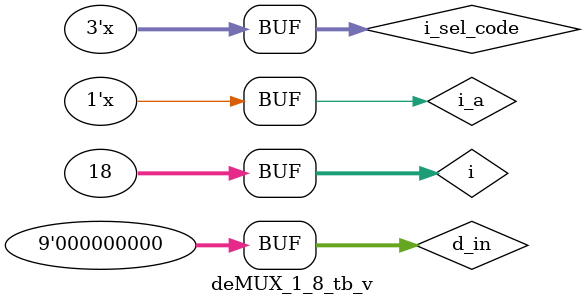
<source format=v>

`timescale 1ms/1ms


module deMUX_1_8_tb_v;
  
  reg  i_a;
  reg  [2:0] i_sel_code;
  wire [7:0] o_code;
  
  // reg i_a, i_sel_code, o_code, i_d;
  reg [8:0] d_in = 9'b000000000;
  integer i;
  
  // duv port map options:
  // deMUX_1_8_v__behavior duv (.i_a(i_a), .i_sel_code(i_sel_code), .o_code(o_code)); 
  deMUX_1_8_v__cmpnt duv (.i_a(i_a), .i_sel_code(i_sel_code), .o_code(o_code)); 
  
  //procedure statement
  initial begin
      
      for (i = 0 ; i < (2 ** 4) + 2 ; i = i + 1) begin
        #1000 i_sel_code[0] = d_in[0];
              i_sel_code[1] = d_in[1];
              i_sel_code[2] = d_in[2];
              i_a           = d_in[3];

        // i_sel_code[0] = d_in[1]; o_code = d_in[2]; i_d = d_in[3]; o_codes = d_in[4]; i_n_cs_0 = d_in[5]; ;
        d_in = d_in + 1;
      end
          
    end

endmodule












</source>
